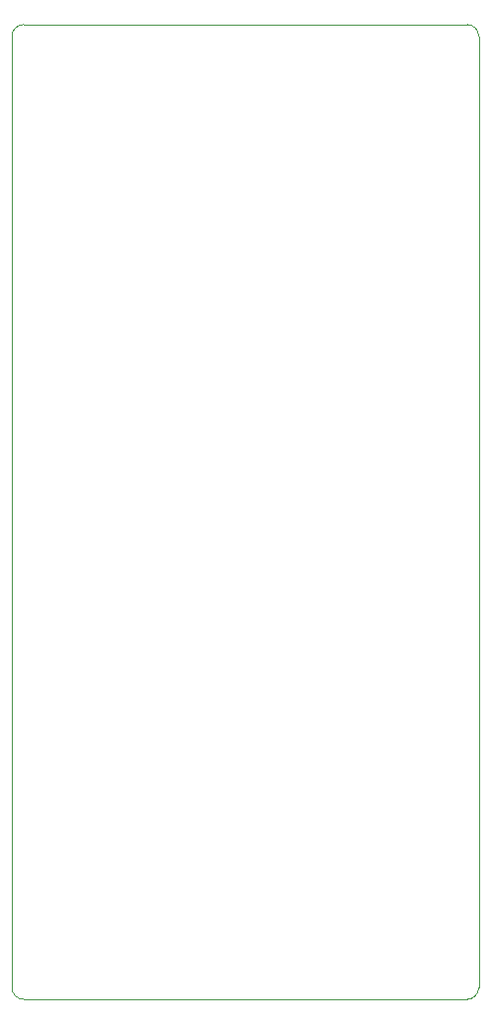
<source format=gm1>
%TF.GenerationSoftware,KiCad,Pcbnew,(5.1.8-0-10_14)*%
%TF.CreationDate,2021-07-14T10:20:26+01:00*%
%TF.ProjectId,transistor-matcher,7472616e-7369-4737-946f-722d6d617463,rev?*%
%TF.SameCoordinates,Original*%
%TF.FileFunction,Profile,NP*%
%FSLAX46Y46*%
G04 Gerber Fmt 4.6, Leading zero omitted, Abs format (unit mm)*
G04 Created by KiCad (PCBNEW (5.1.8-0-10_14)) date 2021-07-14 10:20:26*
%MOMM*%
%LPD*%
G01*
G04 APERTURE LIST*
%TA.AperFunction,Profile*%
%ADD10C,0.050000*%
%TD*%
G04 APERTURE END LIST*
D10*
X82500000Y-38500000D02*
G75*
G02*
X83500000Y-37500000I1000000J0D01*
G01*
X83500000Y-121000000D02*
G75*
G02*
X82500000Y-120000000I0J1000000D01*
G01*
X122500000Y-120000000D02*
G75*
G02*
X121500000Y-121000000I-1000000J0D01*
G01*
X121500000Y-37500000D02*
G75*
G02*
X122500000Y-38500000I0J-1000000D01*
G01*
X122500000Y-120000000D02*
X122500000Y-38500000D01*
X83500000Y-121000000D02*
X121500000Y-121000000D01*
X121500000Y-37500000D02*
X83500000Y-37500000D01*
X82500000Y-38500000D02*
X82500000Y-120000000D01*
M02*

</source>
